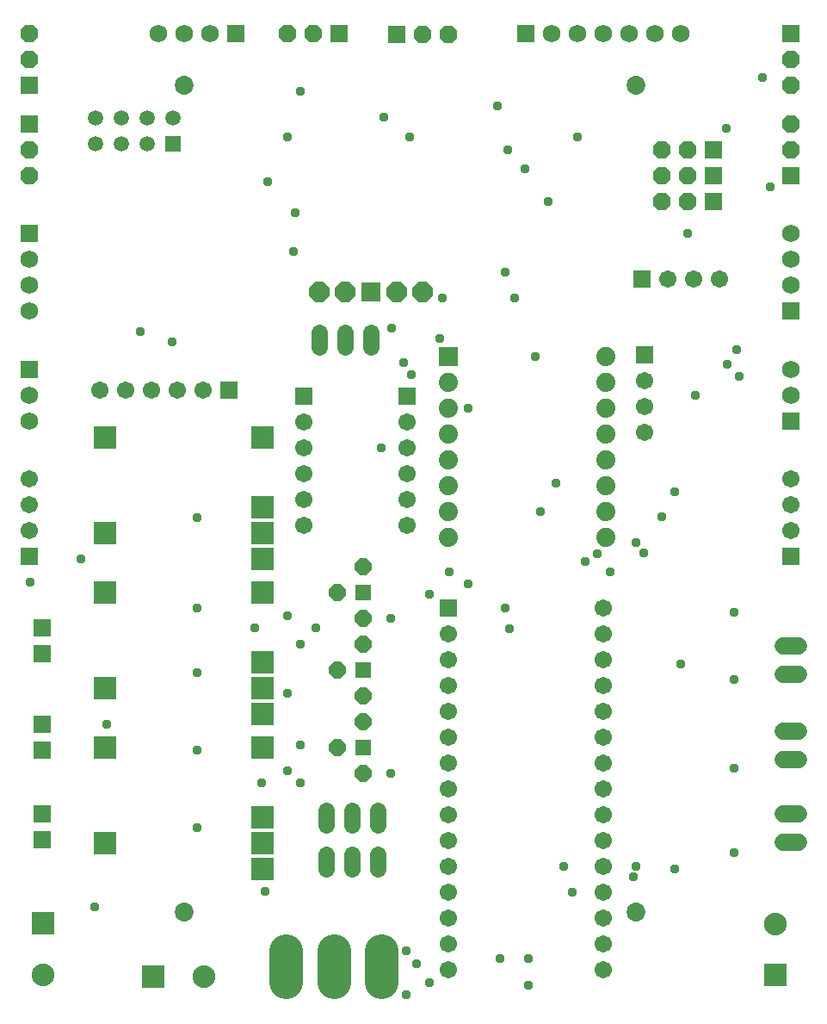
<source format=gbr>
G04 EAGLE Gerber RS-274X export*
G75*
%MOMM*%
%FSLAX34Y34*%
%LPD*%
%INSoldermask Bottom*%
%IPPOS*%
%AMOC8*
5,1,8,0,0,1.08239X$1,22.5*%
G01*
%ADD10C,1.854200*%
%ADD11R,1.711200X1.711200*%
%ADD12C,1.711200*%
%ADD13C,1.727200*%
%ADD14R,1.727200X1.727200*%
%ADD15P,1.869504X8X292.500000*%
%ADD16P,1.869504X8X22.500000*%
%ADD17P,1.869504X8X202.500000*%
%ADD18P,2.144431X8X112.500000*%
%ADD19R,1.981200X1.981200*%
%ADD20P,1.759533X8X112.500000*%
%ADD21R,1.625600X1.625600*%
%ADD22R,1.879600X1.879600*%
%ADD23C,1.879600*%
%ADD24R,2.203200X2.203200*%
%ADD25C,1.625600*%
%ADD26R,1.511200X1.511200*%
%ADD27C,1.511200*%
%ADD28C,1.727200*%
%ADD29R,2.235200X2.235200*%
%ADD30C,2.235200*%
%ADD31P,1.869504X8X112.500000*%
%ADD32C,3.302000*%
%ADD33C,0.959600*%


D10*
X177800Y914400D03*
X177800Y101600D03*
X622300Y914400D03*
X622300Y101600D03*
D11*
X438150Y400050D03*
D12*
X438150Y374650D03*
X438150Y349250D03*
X438150Y323850D03*
X438150Y298450D03*
X438150Y273050D03*
X438150Y247650D03*
X438150Y222250D03*
X438150Y196850D03*
X438150Y171450D03*
X438150Y146050D03*
X438150Y120650D03*
X590550Y400050D03*
X590550Y374650D03*
X590550Y349250D03*
X590550Y323850D03*
X590550Y298450D03*
X590550Y273050D03*
X590550Y222250D03*
X590550Y196850D03*
X590550Y146050D03*
X590550Y120650D03*
X590550Y171450D03*
X590550Y247650D03*
X438150Y95250D03*
X438150Y69850D03*
X438150Y44450D03*
X590550Y95250D03*
X590550Y69850D03*
X590550Y44450D03*
D13*
X767080Y170180D02*
X782320Y170180D01*
X782320Y198120D02*
X767080Y198120D01*
X767080Y251460D02*
X782320Y251460D01*
X782320Y279400D02*
X767080Y279400D01*
X767080Y335280D02*
X782320Y335280D01*
X782320Y363220D02*
X767080Y363220D01*
D14*
X330200Y965200D03*
D15*
X304800Y965200D03*
X279400Y965200D03*
D14*
X25400Y876300D03*
D16*
X25400Y850900D03*
X25400Y825500D03*
D14*
X774700Y825500D03*
D17*
X774700Y850900D03*
X774700Y876300D03*
D18*
X387350Y711200D03*
X412750Y711200D03*
D19*
X361950Y711200D03*
D18*
X336550Y711200D03*
X311150Y711200D03*
D12*
X196850Y614680D03*
D11*
X222250Y614680D03*
D12*
X171450Y614680D03*
X146050Y614680D03*
X120650Y614680D03*
X95250Y614680D03*
D20*
X354330Y389890D03*
D21*
X354330Y415290D03*
D20*
X354330Y440690D03*
X328930Y415290D03*
X354330Y313690D03*
D21*
X354330Y339090D03*
D20*
X354330Y364490D03*
X328930Y339090D03*
X354330Y237490D03*
D21*
X354330Y262890D03*
D20*
X354330Y288290D03*
X328930Y262890D03*
D22*
X438150Y647700D03*
D23*
X593090Y647700D03*
X438150Y622300D03*
X438150Y596900D03*
X438150Y571500D03*
X438150Y546100D03*
X438150Y520700D03*
X438150Y495300D03*
X438150Y469900D03*
X593090Y622300D03*
X593090Y596900D03*
X593090Y571500D03*
X593090Y546100D03*
X593090Y520700D03*
X593090Y495300D03*
X593090Y469900D03*
D24*
X255270Y473710D03*
X255270Y567690D03*
X100330Y567690D03*
X100330Y473710D03*
X255270Y499110D03*
X255270Y448310D03*
X255270Y168910D03*
X255270Y262890D03*
X100330Y262890D03*
X100330Y168910D03*
X255270Y194310D03*
X255270Y143510D03*
D25*
X317500Y187198D02*
X317500Y201422D01*
X342900Y201422D02*
X342900Y187198D01*
X368300Y187198D02*
X368300Y201422D01*
D26*
X166520Y856475D03*
D27*
X90320Y856475D03*
X141120Y856475D03*
X115720Y856475D03*
X115720Y881875D03*
X141120Y881875D03*
X166520Y881875D03*
X90320Y881875D03*
D11*
X397510Y608330D03*
D12*
X397510Y582930D03*
X397510Y557530D03*
X397510Y532130D03*
X397510Y506730D03*
X397510Y481330D03*
D11*
X295910Y608330D03*
D12*
X295910Y582930D03*
X295910Y557530D03*
X295910Y532130D03*
X295910Y506730D03*
X295910Y481330D03*
D11*
X25400Y450850D03*
D12*
X25400Y476250D03*
X25400Y501650D03*
X25400Y527050D03*
D11*
X631190Y648970D03*
D12*
X631190Y623570D03*
X631190Y598170D03*
X631190Y572770D03*
D11*
X774700Y450850D03*
D12*
X774700Y476250D03*
X774700Y501650D03*
X774700Y527050D03*
D14*
X698500Y850900D03*
D15*
X673100Y850900D03*
X647700Y850900D03*
D14*
X698500Y825500D03*
D15*
X673100Y825500D03*
X647700Y825500D03*
D14*
X698500Y800100D03*
D15*
X673100Y800100D03*
X647700Y800100D03*
D25*
X317500Y158242D02*
X317500Y144018D01*
X342900Y144018D02*
X342900Y158242D01*
X368300Y158242D02*
X368300Y144018D01*
D11*
X628650Y723900D03*
D12*
X654050Y723900D03*
X679450Y723900D03*
X704850Y723900D03*
D28*
X774700Y635000D03*
X774700Y609600D03*
D14*
X774700Y584200D03*
D28*
X25400Y584200D03*
X25400Y609600D03*
D14*
X25400Y635000D03*
X25400Y768350D03*
D28*
X25400Y742950D03*
X25400Y717550D03*
X25400Y692150D03*
D14*
X228600Y965200D03*
D28*
X203200Y965200D03*
X177800Y965200D03*
X152400Y965200D03*
D14*
X774700Y692150D03*
D28*
X774700Y717550D03*
X774700Y742950D03*
X774700Y768350D03*
D29*
X147320Y38100D03*
D30*
X197320Y38100D03*
D29*
X39370Y90170D03*
D30*
X39370Y40170D03*
D29*
X759460Y39370D03*
D30*
X759460Y89370D03*
D14*
X514350Y965200D03*
D28*
X539750Y965200D03*
X565150Y965200D03*
X590550Y965200D03*
X615950Y965200D03*
X641350Y965200D03*
X666750Y965200D03*
D24*
X255270Y321310D03*
X255270Y415290D03*
X100330Y415290D03*
X100330Y321310D03*
X255270Y346710D03*
X255270Y295910D03*
D25*
X311150Y657098D02*
X311150Y671322D01*
X336550Y671322D02*
X336550Y657098D01*
X361950Y657098D02*
X361950Y671322D01*
D14*
X38100Y172720D03*
X38100Y198120D03*
X38100Y260350D03*
X38100Y285750D03*
X38100Y355600D03*
X38100Y381000D03*
X387350Y963930D03*
D31*
X412750Y963930D03*
X438150Y963930D03*
D14*
X25400Y914400D03*
D17*
X25400Y939800D03*
X25400Y965200D03*
D14*
X774700Y965200D03*
D16*
X774700Y939800D03*
X774700Y914400D03*
D32*
X278130Y63754D02*
X278130Y32766D01*
X325120Y32766D02*
X325120Y63754D01*
X372110Y63754D02*
X372110Y32766D01*
D33*
X488950Y55880D03*
X419100Y31750D03*
X382270Y675640D03*
X76200Y448310D03*
X26642Y425450D03*
X673100Y768350D03*
X666750Y345440D03*
X457200Y596900D03*
X90170Y106680D03*
X254000Y228600D03*
X292100Y228600D03*
X374650Y882650D03*
X260350Y819150D03*
X101600Y285750D03*
X381000Y237490D03*
X431800Y704850D03*
X429260Y665480D03*
X381000Y389890D03*
X372110Y557530D03*
X247650Y381000D03*
X307340Y381000D03*
X292100Y364490D03*
X292100Y265430D03*
X438376Y435610D03*
X596900Y435610D03*
X718820Y396240D03*
X718820Y160020D03*
X718820Y242570D03*
X718820Y330200D03*
X494030Y400050D03*
X493804Y730250D03*
X497840Y379730D03*
X503146Y704850D03*
X457200Y423954D03*
X680720Y609600D03*
X285750Y750570D03*
X287020Y788670D03*
X619986Y136116D03*
X279400Y863600D03*
X486410Y894080D03*
X622752Y146050D03*
X496570Y850900D03*
X513080Y831850D03*
X754380Y814070D03*
X710974Y872264D03*
X523240Y647700D03*
X528320Y495300D03*
X535940Y800100D03*
X660400Y143510D03*
X543560Y523240D03*
X406400Y50800D03*
X559844Y120650D03*
X551180Y146050D03*
X723900Y628452D03*
X292100Y908050D03*
X746760Y922020D03*
X712470Y639854D03*
X565150Y863600D03*
X400050Y863600D03*
X572770Y445770D03*
X629920Y454660D03*
X401320Y629920D03*
X584200Y453390D03*
X660400Y514350D03*
X622300Y464820D03*
X647700Y489994D03*
X393700Y641350D03*
X721360Y654050D03*
X396240Y20292D03*
X396240Y63500D03*
X516890Y55880D03*
X516890Y29210D03*
X279400Y316230D03*
X279400Y240030D03*
X279400Y392430D03*
X419326Y414020D03*
X257810Y121920D03*
X190500Y184150D03*
X190500Y260350D03*
X190500Y336550D03*
X190500Y400050D03*
X190500Y488950D03*
X134620Y671830D03*
X166370Y661670D03*
M02*

</source>
